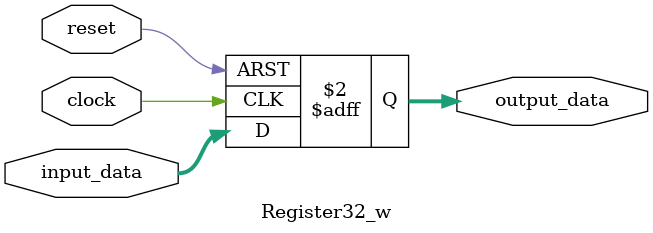
<source format=v>

module Register32_w(input_data, clock, reset, output_data);
    input [31:0] input_data;
    input clock, reset;
    output reg [31:0] output_data;

    always @(posedge clock, posedge reset) begin
        if (reset) 
            output_data <= 32'b0;
        else 
            output_data <= input_data;
    end
endmodule
</source>
